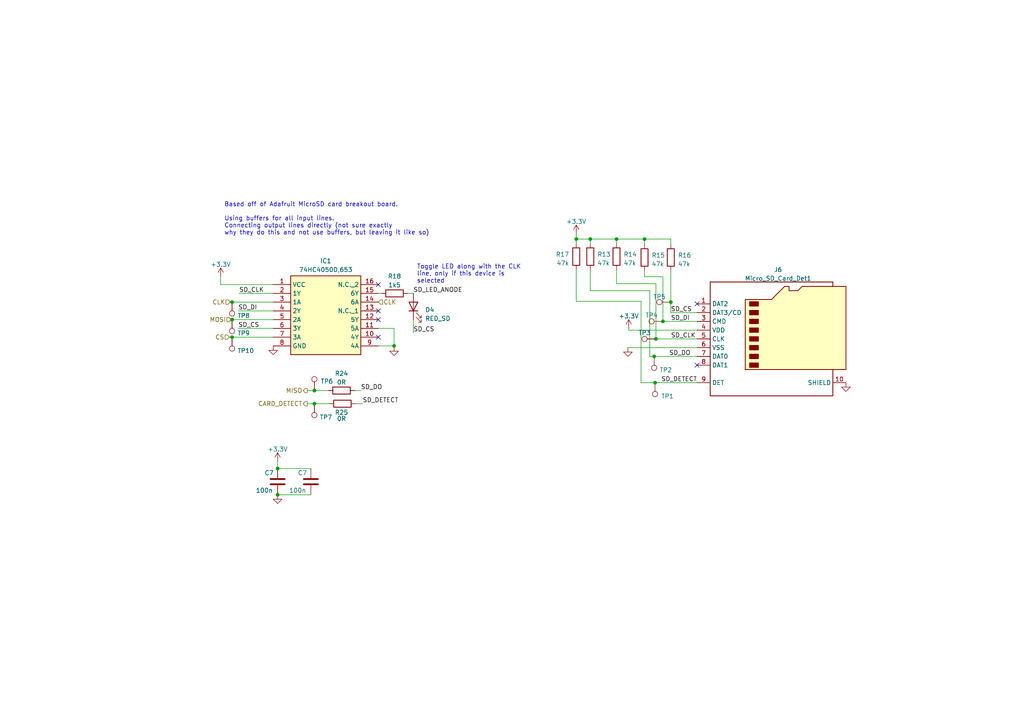
<source format=kicad_sch>
(kicad_sch (version 20230121) (generator eeschema)
  (paper "A4")
  (lib_symbols
    (symbol "74HC4050D_653:74HC4050D,653"
      (property "Reference" "IC" (at 26.67 7.62 0))
      (property "Value" "74HC4050D,653" (at 26.67 5.08 0))
      (symbol "74HC4050D,653_1_1"
        (rectangle (start 5.08 2.54) (end 25.4 -20.32) (stroke (width 0.254)) (fill (type background)))
        (pin passive line (at 0 0 0) (length 5.08) (name "VCC") (number "1"))
        (pin passive line (at 30.48 -15.24 180) (length 5.08) (name "4Y") (number "10"))
        (pin passive line (at 30.48 -12.7 180) (length 5.08) (name "5A") (number "11"))
        (pin passive line (at 30.48 -10.16 180) (length 5.08) (name "5Y") (number "12"))
        (pin passive line (at 30.48 -7.62 180) (length 5.08) (name "N.C._1") (number "13"))
        (pin passive line (at 30.48 -5.08 180) (length 5.08) (name "6A") (number "14"))
        (pin passive line (at 30.48 -2.54 180) (length 5.08) (name "6Y") (number "15"))
        (pin passive line (at 30.48 0 180) (length 5.08) (name "N.C._2") (number "16"))
        (pin passive line (at 0 -2.54 0) (length 5.08) (name "1Y") (number "2"))
        (pin passive line (at 0 -5.08 0) (length 5.08) (name "1A") (number "3"))
        (pin passive line (at 0 -7.62 0) (length 5.08) (name "2Y") (number "4"))
        (pin passive line (at 0 -10.16 0) (length 5.08) (name "2A") (number "5"))
        (pin passive line (at 0 -12.7 0) (length 5.08) (name "3Y") (number "6"))
        (pin passive line (at 0 -15.24 0) (length 5.08) (name "3A") (number "7"))
        (pin passive line (at 0 -17.78 0) (length 5.08) (name "GND") (number "8"))
        (pin passive line (at 30.48 -17.78 180) (length 5.08) (name "4A") (number "9"))
      )
    )
    (symbol "Connector:Micro_SD_Card_Det1"
      (property "Reference" "J" (at -16.51 17.78 0))
      (property "Value" "Micro_SD_Card_Det1" (at 16.51 17.78 0))
      (symbol "Micro_SD_Card_Det1_0_1"
        (rectangle (start -7.62 -6.985) (end -5.08 -8.255) (stroke (width 0.254)) (fill (type outline)))
        (rectangle (start -7.62 -4.445) (end -5.08 -5.715) (stroke (width 0.254)) (fill (type outline)))
        (rectangle (start -7.62 -1.905) (end -5.08 -3.175) (stroke (width 0.254)) (fill (type outline)))
        (rectangle (start -7.62 0.635) (end -5.08 -0.635) (stroke (width 0.254)) (fill (type outline)))
        (rectangle (start -7.62 3.175) (end -5.08 1.905) (stroke (width 0.254)) (fill (type outline)))
        (rectangle (start -7.62 5.715) (end -5.08 4.445) (stroke (width 0.254)) (fill (type outline)))
        (rectangle (start -7.62 8.255) (end -5.08 6.985) (stroke (width 0.254)) (fill (type outline)))
        (rectangle (start -7.62 10.795) (end -5.08 9.525) (stroke (width 0.254)) (fill (type outline)))
        (polyline (pts (xy 16.51 15.24) (xy 16.51 16.51) (xy -19.05 16.51) (xy -19.05 -16.51) (xy 16.51 -16.51) (xy 16.51 -8.89)) (stroke (width 0.254)))
        (polyline (pts (xy -8.89 -8.89) (xy -8.89 11.43) (xy -1.27 11.43) (xy 2.54 15.24) (xy 3.81 15.24) (xy 3.81 13.97) (xy 6.35 13.97) (xy 7.62 15.24) (xy 20.32 15.24) (xy 20.32 -8.89) (xy -8.89 -8.89)) (stroke (width 0.254)) (fill (type background)))
      )
      (symbol "Micro_SD_Card_Det1_1_1"
        (pin bidirectional line (at -22.86 10.16 0) (length 3.81) (name "DAT2") (number "1"))
        (pin passive line (at 20.32 -12.7 180) (length 3.81) (name "SHIELD") (number "10"))
        (pin bidirectional line (at -22.86 7.62 0) (length 3.81) (name "DAT3/CD") (number "2"))
        (pin input line (at -22.86 5.08 0) (length 3.81) (name "CMD") (number "3"))
        (pin power_in line (at -22.86 2.54 0) (length 3.81) (name "VDD") (number "4"))
        (pin input line (at -22.86 0 0) (length 3.81) (name "CLK") (number "5"))
        (pin power_in line (at -22.86 -2.54 0) (length 3.81) (name "VSS") (number "6"))
        (pin bidirectional line (at -22.86 -5.08 0) (length 3.81) (name "DAT0") (number "7"))
        (pin bidirectional line (at -22.86 -7.62 0) (length 3.81) (name "DAT1") (number "8"))
        (pin passive line (at -22.86 -12.7 0) (length 3.81) (name "DET") (number "9"))
      )
    )
    (symbol "Connector:TestPoint" (pin_numbers hide) (pin_names (offset 0.762) hide)
      (property "Reference" "TP" (at 0 6.858 0))
      (property "Value" "TestPoint" (at 0 5.08 0))
      (symbol "TestPoint_0_1"
        (circle (center 0 3.302) (radius 0.762))
      )
      (symbol "TestPoint_1_1"
        (pin passive line (at 0 0 90) (length 2.54) (name "1") (number "1"))
      )
    )
    (symbol "Device:C" (pin_numbers hide) (pin_names (offset 0.254))
      (property "Reference" "C" (at 0.635 2.54 0))
      (property "Value" "C" (at 0.635 -2.54 0))
      (symbol "C_0_1"
        (polyline (pts (xy -2.032 -0.762) (xy 2.032 -0.762)) (stroke (width 0.508)))
        (polyline (pts (xy -2.032 0.762) (xy 2.032 0.762)) (stroke (width 0.508)))
      )
      (symbol "C_1_1"
        (pin passive line (at 0 3.81 270) (length 2.794) (name "~") (number "1"))
        (pin passive line (at 0 -3.81 90) (length 2.794) (name "~") (number "2"))
      )
    )
    (symbol "Device:LED" (pin_numbers hide) (pin_names (offset 1.016) hide)
      (property "Reference" "D" (at 0 2.54 0))
      (property "Value" "LED" (at 0 -2.54 0))
      (symbol "LED_0_1"
        (polyline (pts (xy -1.27 -1.27) (xy -1.27 1.27)) (stroke (width 0.254)))
        (polyline (pts (xy -1.27 0) (xy 1.27 0)))
        (polyline (pts (xy 1.27 -1.27) (xy 1.27 1.27) (xy -1.27 0) (xy 1.27 -1.27)) (stroke (width 0.254)))
        (polyline (pts (xy -3.048 -0.762) (xy -4.572 -2.286) (xy -3.81 -2.286) (xy -4.572 -2.286) (xy -4.572 -1.524)))
        (polyline (pts (xy -1.778 -0.762) (xy -3.302 -2.286) (xy -2.54 -2.286) (xy -3.302 -2.286) (xy -3.302 -1.524)))
      )
      (symbol "LED_1_1"
        (pin passive line (at -3.81 0 0) (length 2.54) (name "K") (number "1"))
        (pin passive line (at 3.81 0 180) (length 2.54) (name "A") (number "2"))
      )
    )
    (symbol "Device:R" (pin_numbers hide) (pin_names (offset 0))
      (property "Reference" "R" (at 2.032 0 90))
      (property "Value" "R" (at 0 0 90))
      (symbol "R_0_1"
        (rectangle (start -1.016 -2.54) (end 1.016 2.54) (stroke (width 0.254)))
      )
      (symbol "R_1_1"
        (pin passive line (at 0 3.81 270) (length 1.27) (name "~") (number "1"))
        (pin passive line (at 0 -3.81 90) (length 1.27) (name "~") (number "2"))
      )
    )
    (symbol "power:+3.3V" (power) (pin_names (offset 0))
      (property "Value" "+3.3V" (at 0 3.556 0))
      (symbol "+3.3V_0_1"
        (polyline (pts (xy -0.762 1.27) (xy 0 2.54)))
        (polyline (pts (xy 0 0) (xy 0 2.54)))
        (polyline (pts (xy 0 2.54) (xy 0.762 1.27)))
      )
      (symbol "+3.3V_1_1"
        (pin power_in line (at 0 0 90) (length 0) hide (name "+3.3V") (number "1"))
      )
    )
    (symbol "power:GND" (power) (pin_names (offset 0))
      (property "Value" "GND" (at 0 -3.81 0))
      (symbol "GND_0_1"
        (polyline (pts (xy 0 0) (xy 0 -1.27) (xy 1.27 -1.27) (xy 0 -2.54) (xy -1.27 -1.27) (xy 0 -1.27)))
      )
      (symbol "GND_1_1"
        (pin power_in line (at 0 0 270) (length 0) hide (name "GND") (number "1"))
      )
    )
  )
  (junction (at 91.186 113.284))
  (junction (at 67.31 97.79))
  (junction (at 80.518 143.51))
  (junction (at 80.518 135.89))
  (junction (at 189.992 110.998))
  (junction (at 67.31 92.71))
  (junction (at 192.278 93.218))
  (junction (at 178.816 69.342))
  (junction (at 186.944 69.342))
  (junction (at 189.738 103.378))
  (junction (at 194.564 87.63))
  (junction (at 190.246 98.298))
  (junction (at 114.3 100.33))
  (junction (at 171.196 69.342))
  (junction (at 91.186 117.094))
  (junction (at 167.132 69.342))
  (junction (at 67.31 87.63))
  (no_connect (at 202.184 88.138))
  (no_connect (at 109.728 92.71))
  (no_connect (at 109.728 97.79))
  (no_connect (at 109.728 82.55))
  (no_connect (at 202.184 105.918))
  (no_connect (at 109.728 90.17))
  (wire (pts (xy 89.154 113.284) (xy 91.186 113.284)))
  (wire (pts (xy 64.008 82.55) (xy 79.248 82.55)))
  (wire (pts (xy 189.738 103.378) (xy 202.184 103.378)))
  (wire (pts (xy 192.278 93.218) (xy 202.184 93.218)))
  (wire (pts (xy 188.468 103.378) (xy 189.738 103.378)))
  (wire (pts (xy 186.944 69.342) (xy 194.564 69.342)))
  (wire (pts (xy 194.564 69.342) (xy 194.564 70.866)))
  (wire (pts (xy 64.008 80.264) (xy 64.008 82.55)))
  (wire (pts (xy 89.154 117.094) (xy 91.186 117.094)))
  (wire (pts (xy 109.728 85.09) (xy 110.617 85.09)))
  (wire (pts (xy 109.728 95.25) (xy 114.3 95.25)))
  (wire (pts (xy 194.564 87.63) (xy 194.564 90.678)))
  (wire (pts (xy 186.944 80.264) (xy 186.944 78.486)))
  (wire (pts (xy 194.564 90.678) (xy 202.184 90.678)))
  (wire (pts (xy 190.246 98.298) (xy 202.184 98.298)))
  (wire (pts (xy 91.186 117.094) (xy 95.504 117.094)))
  (wire (pts (xy 67.31 97.79) (xy 79.248 97.79)))
  (wire (pts (xy 178.816 82.296) (xy 178.816 78.232)))
  (wire (pts (xy 69.342 85.09) (xy 79.248 85.09)))
  (wire (pts (xy 188.468 84.328) (xy 171.196 84.328)))
  (wire (pts (xy 118.237 85.09) (xy 119.888 85.09)))
  (wire (pts (xy 171.196 84.328) (xy 171.196 78.232)))
  (wire (pts (xy 167.132 67.818) (xy 167.132 69.342)))
  (wire (pts (xy 91.186 113.284) (xy 95.25 113.284)))
  (wire (pts (xy 102.87 113.284) (xy 104.648 113.284)))
  (wire (pts (xy 80.518 143.51) (xy 90.17 143.51)))
  (wire (pts (xy 192.278 80.264) (xy 186.944 80.264)))
  (wire (pts (xy 66.802 87.63) (xy 67.31 87.63)))
  (wire (pts (xy 186.944 69.342) (xy 186.944 70.866)))
  (wire (pts (xy 171.196 69.342) (xy 178.816 69.342)))
  (wire (pts (xy 194.564 78.486) (xy 194.564 87.63)))
  (wire (pts (xy 182.118 100.838) (xy 202.184 100.838)))
  (wire (pts (xy 171.196 69.342) (xy 171.196 70.612)))
  (wire (pts (xy 67.31 87.63) (xy 79.248 87.63)))
  (wire (pts (xy 66.548 97.79) (xy 67.31 97.79)))
  (wire (pts (xy 188.468 103.378) (xy 188.468 84.328)))
  (wire (pts (xy 167.132 69.342) (xy 171.196 69.342)))
  (wire (pts (xy 119.888 92.71) (xy 119.888 96.52)))
  (wire (pts (xy 80.518 133.858) (xy 80.518 135.89)))
  (wire (pts (xy 69.088 90.17) (xy 79.248 90.17)))
  (wire (pts (xy 114.3 95.25) (xy 114.3 100.33)))
  (wire (pts (xy 109.728 100.33) (xy 114.3 100.33)))
  (wire (pts (xy 167.132 78.232) (xy 167.132 87.376)))
  (wire (pts (xy 178.816 69.342) (xy 178.816 70.612)))
  (wire (pts (xy 182.372 95.758) (xy 202.184 95.758)))
  (wire (pts (xy 190.246 98.298) (xy 190.246 82.296)))
  (wire (pts (xy 67.056 92.71) (xy 67.31 92.71)))
  (wire (pts (xy 192.278 93.218) (xy 192.278 80.264)))
  (wire (pts (xy 189.992 110.998) (xy 202.184 110.998)))
  (wire (pts (xy 167.132 69.342) (xy 167.132 70.612)))
  (wire (pts (xy 67.31 92.71) (xy 79.248 92.71)))
  (wire (pts (xy 103.124 117.094) (xy 105.156 117.094)))
  (wire (pts (xy 190.246 82.296) (xy 178.816 82.296)))
  (wire (pts (xy 185.928 110.998) (xy 189.992 110.998)))
  (wire (pts (xy 80.518 135.89) (xy 90.17 135.89)))
  (wire (pts (xy 69.088 95.25) (xy 79.248 95.25)))
  (wire (pts (xy 182.372 95.25) (xy 182.372 95.758)))
  (wire (pts (xy 185.928 87.376) (xy 167.132 87.376)))
  (wire (pts (xy 178.816 69.342) (xy 186.944 69.342)))
  (wire (pts (xy 114.3 100.33) (xy 114.3 100.584)))
  (wire (pts (xy 185.928 110.998) (xy 185.928 87.376)))
  (text "Based off of Adafruit MicroSD card breakout board.\n\nUsing buffers for all input lines.\nConnecting output lines directly (not sure exactly\nwhy they do this and not use buffers, but leaving it like so)" (at 65.024 68.326 0) (effects (font (size 1.27 1.27)) (justify left bottom)))
  (text "Toggle LED along with the CLK\nline, only if this device is \nselected" (at 120.904 82.296 0) (effects (font (size 1.27 1.27)) (justify left bottom)))
  (label "SD_CS" (at 119.888 96.52 0))
  (label "SD_CLK" (at 194.564 98.298 0))
  (label "SD_CS" (at 194.564 90.678 0))
  (label "SD_DI" (at 69.088 90.17 0))
  (label "SD_CS" (at 69.088 95.25 0))
  (label "SD_DO" (at 104.648 113.284 0))
  (label "SD_CLK" (at 69.342 85.09 0))
  (label "SD_DETECT" (at 105.156 117.094 0))
  (label "SD_DO" (at 194.056 103.378 0))
  (label "SD_LED_ANODE" (at 119.888 85.09 0))
  (label "SD_DETECT" (at 191.77 110.998 0))
  (label "SD_DI" (at 194.564 93.218 0))
  (hierarchical_label "CARD_DETECT" (shape output) (at 89.154 117.094 180))
  (hierarchical_label "CLK" (shape input) (at 109.728 87.63 0))
  (hierarchical_label "CS" (shape input) (at 66.548 97.79 180))
  (hierarchical_label "MISO" (shape output) (at 89.154 113.284 180))
  (hierarchical_label "MOSI" (shape input) (at 67.056 92.71 180))
  (hierarchical_label "CLK" (shape input) (at 66.802 87.63 180))
  (symbol (lib_id "Device:C") (at 90.17 139.7 0) (unit 1)
    (property "Reference" "C7" (at 86.36 137.16 0) (effects (justify left)))
    (property "Value" "100n" (at 83.82 142.24 0) (effects (justify left)))
    (property "Footprint" "Capacitor_SMD:C_0402_1005Metric" (effects hide))
    (instances (project "serial_snooper" (path "" (reference "C7") (unit 1)) (path "" (reference "C18") (unit 1))))
  )
  (symbol (lib_id "Device:R") (at 171.196 74.422 0) (unit 1)
    (property "Reference" "R13" (at 173.228 73.787 0) (effects (justify left)))
    (property "Value" "47k" (at 173.228 76.327 0) (effects (justify left)))
    (property "Footprint" "Resistor_SMD:R_0402_1005Metric" (effects hide))
  )
  (symbol (lib_id "Connector:TestPoint") (at 91.186 113.284 0) (unit 1)
    (property "Reference" "TP6" (at 92.964 110.617 0) (effects (justify left)))
    (property "Value" "TestPoint" (effects hide))
    (property "Footprint" "TestPoint:TestPoint_Pad_D1.0mm" (effects hide))
  )
  (symbol (lib_id "Connector:TestPoint") (at 194.564 87.63 90) (unit 1)
    (property "Reference" "TP5" (at 191.262 86.106 90))
    (property "Value" "TestPoint" (effects hide))
    (property "Footprint" "TestPoint:TestPoint_Pad_D1.0mm" (effects hide))
  )
  (symbol (lib_id "74HC4050D_653:74HC4050D,653") (at 79.248 82.55 0) (unit 1)
    (property "Reference" "IC1" (at 94.488 75.692 0))
    (property "Value" "74HC4050D,653" (at 94.488 78.232 0))
    (property "Footprint" "MyLibrary:SOIC127P600X175-16N" (effects hide))
    (property "LCSC" "C43181" (effects hide))
  )
  (symbol (lib_id "power:GND") (at 114.3 100.584 0) (unit 1)
    (property "Reference" "#PWR035" (effects hide))
    (property "Value" "GND" (effects hide))
  )
  (symbol (lib_id "power:+3.3V") (at 64.008 80.264 0) (unit 1)
    (property "Reference" "#PWR038" (effects hide))
    (property "Value" "+3.3V" (at 64.008 76.708 0))
  )
  (symbol (lib_id "power:GND") (at 80.518 143.51 0) (unit 1)
    (property "Reference" "#PWR042" (effects hide))
    (property "Value" "GND" (effects hide))
  )
  (symbol (lib_id "Connector:TestPoint") (at 189.738 103.378 180) (unit 1)
    (property "Reference" "TP2" (at 191.262 107.315 0) (effects (justify right)))
    (property "Value" "TestPoint" (effects hide))
    (property "Footprint" "TestPoint:TestPoint_Pad_D1.0mm" (effects hide))
  )
  (symbol (lib_id "Connector:TestPoint") (at 67.31 87.63 180) (unit 1)
    (property "Reference" "TP8" (at 68.834 91.567 0) (effects (justify right)))
    (property "Value" "TestPoint" (effects hide))
    (property "Footprint" "TestPoint:TestPoint_Pad_D1.0mm" (effects hide))
  )
  (symbol (lib_id "power:GND") (at 182.118 100.838 0) (unit 1)
    (property "Reference" "#PWR037" (effects hide))
    (property "Value" "GND" (effects hide))
  )
  (symbol (lib_id "power:+3.3V") (at 80.518 133.858 0) (unit 1)
    (property "Reference" "#PWR041" (effects hide))
    (property "Value" "+3.3V" (at 80.518 130.302 0))
  )
  (symbol (lib_id "Device:R") (at 114.427 85.09 90) (unit 1)
    (property "Reference" "R18" (at 114.427 80.137 90))
    (property "Value" "1k5" (at 114.427 82.677 90))
    (property "Footprint" "Resistor_SMD:R_0402_1005Metric" (effects hide))
  )
  (symbol (lib_id "Connector:TestPoint") (at 192.278 93.218 90) (unit 1)
    (property "Reference" "TP4" (at 188.976 91.44 90))
    (property "Value" "TestPoint" (effects hide))
    (property "Footprint" "TestPoint:TestPoint_Pad_D1.0mm" (effects hide))
  )
  (symbol (lib_id "Connector:TestPoint") (at 67.31 92.71 180) (unit 1)
    (property "Reference" "TP9" (at 68.834 96.647 0) (effects (justify right)))
    (property "Value" "TestPoint" (effects hide))
    (property "Footprint" "TestPoint:TestPoint_Pad_D1.0mm" (effects hide))
  )
  (symbol (lib_id "Device:R") (at 186.944 74.676 0) (unit 1)
    (property "Reference" "R15" (at 188.976 74.041 0) (effects (justify left)))
    (property "Value" "47k" (at 188.976 76.581 0) (effects (justify left)))
    (property "Footprint" "Resistor_SMD:R_0402_1005Metric" (effects hide))
  )
  (symbol (lib_id "Connector:TestPoint") (at 91.186 117.094 180) (unit 1)
    (property "Reference" "TP7" (at 92.71 121.031 0) (effects (justify right)))
    (property "Value" "TestPoint" (effects hide))
    (property "Footprint" "TestPoint:TestPoint_Pad_D1.0mm" (effects hide))
  )
  (symbol (lib_id "Connector:TestPoint") (at 67.31 97.79 180) (unit 1)
    (property "Reference" "TP10" (at 68.834 101.727 0) (effects (justify right)))
    (property "Value" "TestPoint" (effects hide))
    (property "Footprint" "TestPoint:TestPoint_Pad_D1.0mm" (effects hide))
  )
  (symbol (lib_id "Device:R") (at 99.06 113.284 90) (unit 1)
    (property "Reference" "R24" (at 99.06 108.331 90))
    (property "Value" "0R" (at 99.06 110.871 90))
    (property "Footprint" "Resistor_SMD:R_0402_1005Metric" (effects hide))
  )
  (symbol (lib_id "power:+3.3V") (at 167.132 67.818 0) (unit 1)
    (property "Reference" "#PWR040" (effects hide))
    (property "Value" "+3.3V" (at 167.132 64.262 0))
  )
  (symbol (lib_id "Connector:TestPoint") (at 189.992 110.998 180) (unit 1)
    (property "Reference" "TP1" (at 191.77 114.935 0) (effects (justify right)))
    (property "Value" "TestPoint" (effects hide))
    (property "Footprint" "TestPoint:TestPoint_Pad_D1.0mm" (effects hide))
  )
  (symbol (lib_id "Device:LED") (at 119.888 88.9 90) (unit 1)
    (property "Reference" "D4" (at 123.317 89.8525 90) (effects (justify right)))
    (property "Value" "RED_SD" (at 123.317 92.3925 90) (effects (justify right)))
    (property "Footprint" "LED_SMD:LED_0603_1608Metric" (effects hide))
  )
  (symbol (lib_id "Device:R") (at 167.132 74.422 0) (mirror y) (unit 1)
    (property "Reference" "R17" (at 165.1 73.787 0) (effects (justify left)))
    (property "Value" "47k" (at 165.1 76.327 0) (effects (justify left)))
    (property "Footprint" "Resistor_SMD:R_0402_1005Metric" (effects hide))
  )
  (symbol (lib_id "Device:C") (at 80.518 139.7 0) (unit 1)
    (property "Reference" "C7" (at 76.708 137.16 0) (effects (justify left)))
    (property "Value" "100n" (at 74.168 142.24 0) (effects (justify left)))
    (property "Footprint" "Capacitor_SMD:C_0402_1005Metric" (effects hide))
    (instances (project "serial_snooper" (path "" (reference "C7") (unit 1)) (path "" (reference "C19") (unit 1))))
  )
  (symbol (lib_id "Connector:Micro_SD_Card_Det1") (at 225.044 98.298 0) (unit 1)
    (property "Reference" "J6" (at 225.679 78.232 0))
    (property "Value" "Micro_SD_Card_Det1" (at 225.679 80.772 0))
    (property "Footprint" "MyLibrary:5025700893" (effects hide))
    (property "LCSC" "C429846" (effects hide))
  )
  (symbol (lib_id "power:GND") (at 245.364 110.998 0) (unit 1)
    (property "Reference" "#PWR034" (effects hide))
    (property "Value" "GND" (effects hide))
  )
  (symbol (lib_id "Device:R") (at 99.314 117.094 90) (unit 1)
    (property "Reference" "R25" (at 99.06 119.634 90))
    (property "Value" "0R" (at 99.06 121.412 90))
    (property "Footprint" "Resistor_SMD:R_0402_1005Metric" (effects hide))
  )
  (symbol (lib_id "Device:R") (at 178.816 74.422 0) (unit 1)
    (property "Reference" "R14" (at 180.848 73.787 0) (effects (justify left)))
    (property "Value" "47k" (at 180.848 76.327 0) (effects (justify left)))
    (property "Footprint" "Resistor_SMD:R_0402_1005Metric" (effects hide))
  )
  (symbol (lib_id "Connector:TestPoint") (at 190.246 98.298 90) (unit 1)
    (property "Reference" "TP3" (at 186.944 96.52 90))
    (property "Value" "TestPoint" (effects hide))
    (property "Footprint" "TestPoint:TestPoint_Pad_D1.0mm" (effects hide))
  )
  (symbol (lib_id "power:GND") (at 79.248 100.33 0) (unit 1)
    (property "Reference" "#PWR036" (effects hide))
    (property "Value" "GND" (effects hide))
  )
  (symbol (lib_id "power:+3.3V") (at 182.372 95.25 0) (unit 1)
    (property "Reference" "#PWR039" (effects hide))
    (property "Value" "+3.3V" (at 182.372 91.694 0))
  )
  (symbol (lib_id "Device:R") (at 194.564 74.676 0) (unit 1)
    (property "Reference" "R16" (at 196.596 74.041 0) (effects (justify left)))
    (property "Value" "47k" (at 196.596 76.581 0) (effects (justify left)))
    (property "Footprint" "Resistor_SMD:R_0402_1005Metric" (effects hide))
  )
)
</source>
